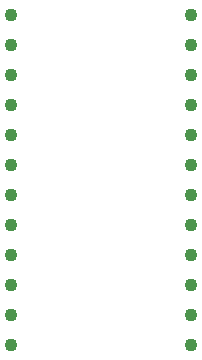
<source format=gbr>
%TF.GenerationSoftware,KiCad,Pcbnew,8.0.1*%
%TF.CreationDate,2024-11-14T23:23:27-08:00*%
%TF.ProjectId,roo_left_auto_routed,726f6f5f-6c65-4667-945f-6175746f5f72,0.1.0*%
%TF.SameCoordinates,Original*%
%TF.FileFunction,Plated,1,2,PTH,Drill*%
%TF.FilePolarity,Positive*%
%FSLAX46Y46*%
G04 Gerber Fmt 4.6, Leading zero omitted, Abs format (unit mm)*
G04 Created by KiCad (PCBNEW 8.0.1) date 2024-11-14 23:23:27*
%MOMM*%
%LPD*%
G01*
G04 APERTURE LIST*
%TA.AperFunction,ComponentDrill*%
%ADD10C,1.092200*%
%TD*%
G04 APERTURE END LIST*
D10*
%TO.C,MCU1*%
X228965800Y-131115800D03*
X228965800Y-133655800D03*
X228965800Y-136195800D03*
X228965800Y-138735800D03*
X228965800Y-141275800D03*
X228965800Y-143815800D03*
X228965800Y-146355800D03*
X228965800Y-148895800D03*
X228965800Y-151435800D03*
X228965800Y-153975800D03*
X228965800Y-156515800D03*
X228965800Y-159055800D03*
X244205800Y-131115800D03*
X244205800Y-133655800D03*
X244205800Y-136195800D03*
X244205800Y-138735800D03*
X244205800Y-141275800D03*
X244205800Y-143815800D03*
X244205800Y-146355800D03*
X244205800Y-148895800D03*
X244205800Y-151435800D03*
X244205800Y-153975800D03*
X244205800Y-156515800D03*
X244205800Y-159055800D03*
M02*

</source>
